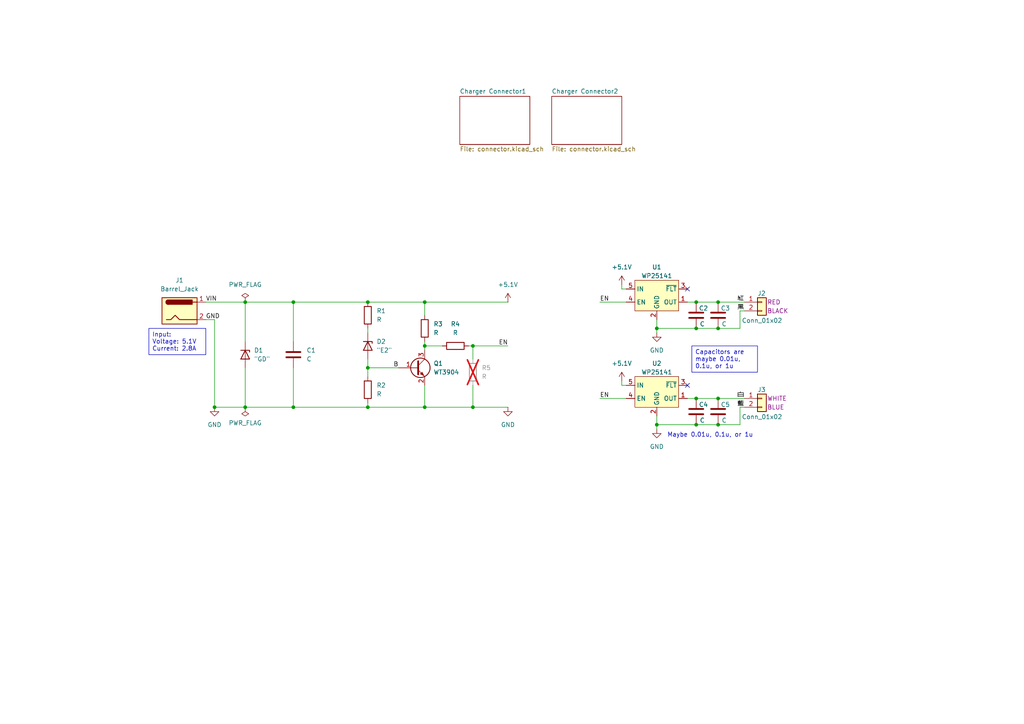
<source format=kicad_sch>
(kicad_sch
	(version 20231120)
	(generator "eeschema")
	(generator_version "8.0")
	(uuid "dab87ad1-1ac7-45b0-994b-ac976bba4e9c")
	(paper "A4")
	(lib_symbols
		(symbol "Connector:Barrel_Jack"
			(pin_names
				(offset 1.016)
			)
			(exclude_from_sim no)
			(in_bom yes)
			(on_board yes)
			(property "Reference" "J1"
				(at 0 8.89 0)
				(effects
					(font
						(size 1.27 1.27)
					)
				)
			)
			(property "Value" "Barrel_Jack"
				(at 0 6.35 0)
				(effects
					(font
						(size 1.27 1.27)
					)
				)
			)
			(property "Footprint" "Connector_BarrelJack:BarrelJack_CUI_PJ-079BH_Horizontal"
				(at 1.27 -1.016 0)
				(effects
					(font
						(size 1.27 1.27)
					)
					(hide yes)
				)
			)
			(property "Datasheet" "~"
				(at 1.27 -1.016 0)
				(effects
					(font
						(size 1.27 1.27)
					)
					(hide yes)
				)
			)
			(property "Description" "DC Barrel Jack"
				(at 0 0 0)
				(effects
					(font
						(size 1.27 1.27)
					)
					(hide yes)
				)
			)
			(property "ki_keywords" "DC power barrel jack connector"
				(at 0 0 0)
				(effects
					(font
						(size 1.27 1.27)
					)
					(hide yes)
				)
			)
			(property "ki_fp_filters" "BarrelJack*"
				(at 0 0 0)
				(effects
					(font
						(size 1.27 1.27)
					)
					(hide yes)
				)
			)
			(symbol "Barrel_Jack_0_1"
				(rectangle
					(start -5.08 3.81)
					(end 5.08 -3.81)
					(stroke
						(width 0.254)
						(type default)
					)
					(fill
						(type background)
					)
				)
				(arc
					(start -3.302 3.175)
					(mid -3.9343 2.54)
					(end -3.302 1.905)
					(stroke
						(width 0.254)
						(type default)
					)
					(fill
						(type none)
					)
				)
				(arc
					(start -3.302 3.175)
					(mid -3.9343 2.54)
					(end -3.302 1.905)
					(stroke
						(width 0.254)
						(type default)
					)
					(fill
						(type outline)
					)
				)
				(polyline
					(pts
						(xy 5.08 2.54) (xy 3.81 2.54)
					)
					(stroke
						(width 0.254)
						(type default)
					)
					(fill
						(type none)
					)
				)
				(polyline
					(pts
						(xy -3.81 -2.54) (xy -2.54 -2.54) (xy -1.27 -1.27) (xy 0 -2.54) (xy 2.54 -2.54) (xy 5.08 -2.54)
					)
					(stroke
						(width 0.254)
						(type default)
					)
					(fill
						(type none)
					)
				)
				(rectangle
					(start 3.683 3.175)
					(end -3.302 1.905)
					(stroke
						(width 0.254)
						(type default)
					)
					(fill
						(type outline)
					)
				)
			)
			(symbol "Barrel_Jack_1_0"
				(pin passive line
					(at 7.62 -2.54 180)
					(length 2.54) hide
					(name "~"
						(effects
							(font
								(size 1.27 1.27)
							)
						)
					)
					(number "3"
						(effects
							(font
								(size 1.27 1.27)
							)
						)
					)
				)
				(pin passive line
					(at 7.62 -2.54 180)
					(length 2.54) hide
					(name "~"
						(effects
							(font
								(size 1.27 1.27)
							)
						)
					)
					(number "SH"
						(effects
							(font
								(size 1.27 1.27)
							)
						)
					)
				)
			)
			(symbol "Barrel_Jack_1_1"
				(pin passive line
					(at 7.62 2.54 180)
					(length 2.54)
					(name "~"
						(effects
							(font
								(size 1.27 1.27)
							)
						)
					)
					(number "1"
						(effects
							(font
								(size 1.27 1.27)
							)
						)
					)
				)
				(pin passive line
					(at 7.62 -2.54 180)
					(length 2.54)
					(name "~"
						(effects
							(font
								(size 1.27 1.27)
							)
						)
					)
					(number "2"
						(effects
							(font
								(size 1.27 1.27)
							)
						)
					)
				)
			)
		)
		(symbol "Connector_Generic:Conn_01x02"
			(pin_names
				(offset 1.016) hide)
			(exclude_from_sim no)
			(in_bom yes)
			(on_board yes)
			(property "Reference" "J"
				(at 0 2.54 0)
				(effects
					(font
						(size 1.27 1.27)
					)
				)
			)
			(property "Value" "Conn_01x02"
				(at 0 -5.08 0)
				(effects
					(font
						(size 1.27 1.27)
					)
				)
			)
			(property "Footprint" ""
				(at 0 0 0)
				(effects
					(font
						(size 1.27 1.27)
					)
					(hide yes)
				)
			)
			(property "Datasheet" "~"
				(at 0 0 0)
				(effects
					(font
						(size 1.27 1.27)
					)
					(hide yes)
				)
			)
			(property "Description" "Generic connector, single row, 01x02, script generated (kicad-library-utils/schlib/autogen/connector/)"
				(at 0 0 0)
				(effects
					(font
						(size 1.27 1.27)
					)
					(hide yes)
				)
			)
			(property "ki_keywords" "connector"
				(at 0 0 0)
				(effects
					(font
						(size 1.27 1.27)
					)
					(hide yes)
				)
			)
			(property "ki_fp_filters" "Connector*:*_1x??_*"
				(at 0 0 0)
				(effects
					(font
						(size 1.27 1.27)
					)
					(hide yes)
				)
			)
			(symbol "Conn_01x02_1_1"
				(rectangle
					(start -1.27 -2.413)
					(end 0 -2.667)
					(stroke
						(width 0.1524)
						(type default)
					)
					(fill
						(type none)
					)
				)
				(rectangle
					(start -1.27 0.127)
					(end 0 -0.127)
					(stroke
						(width 0.1524)
						(type default)
					)
					(fill
						(type none)
					)
				)
				(rectangle
					(start -1.27 1.27)
					(end 1.27 -3.81)
					(stroke
						(width 0.254)
						(type default)
					)
					(fill
						(type background)
					)
				)
				(pin passive line
					(at -5.08 0 0)
					(length 3.81)
					(name "Pin_1"
						(effects
							(font
								(size 1.27 1.27)
							)
						)
					)
					(number "1"
						(effects
							(font
								(size 1.27 1.27)
							)
						)
					)
				)
				(pin passive line
					(at -5.08 -2.54 0)
					(length 3.81)
					(name "Pin_2"
						(effects
							(font
								(size 1.27 1.27)
							)
						)
					)
					(number "2"
						(effects
							(font
								(size 1.27 1.27)
							)
						)
					)
				)
			)
		)
		(symbol "Device:C"
			(pin_numbers hide)
			(pin_names
				(offset 0.254)
			)
			(exclude_from_sim no)
			(in_bom yes)
			(on_board yes)
			(property "Reference" "C"
				(at 0.635 2.54 0)
				(effects
					(font
						(size 1.27 1.27)
					)
					(justify left)
				)
			)
			(property "Value" "C"
				(at 0.635 -2.54 0)
				(effects
					(font
						(size 1.27 1.27)
					)
					(justify left)
				)
			)
			(property "Footprint" ""
				(at 0.9652 -3.81 0)
				(effects
					(font
						(size 1.27 1.27)
					)
					(hide yes)
				)
			)
			(property "Datasheet" "~"
				(at 0 0 0)
				(effects
					(font
						(size 1.27 1.27)
					)
					(hide yes)
				)
			)
			(property "Description" "Unpolarized capacitor"
				(at 0 0 0)
				(effects
					(font
						(size 1.27 1.27)
					)
					(hide yes)
				)
			)
			(property "ki_keywords" "cap capacitor"
				(at 0 0 0)
				(effects
					(font
						(size 1.27 1.27)
					)
					(hide yes)
				)
			)
			(property "ki_fp_filters" "C_*"
				(at 0 0 0)
				(effects
					(font
						(size 1.27 1.27)
					)
					(hide yes)
				)
			)
			(symbol "C_0_1"
				(polyline
					(pts
						(xy -2.032 -0.762) (xy 2.032 -0.762)
					)
					(stroke
						(width 0.508)
						(type default)
					)
					(fill
						(type none)
					)
				)
				(polyline
					(pts
						(xy -2.032 0.762) (xy 2.032 0.762)
					)
					(stroke
						(width 0.508)
						(type default)
					)
					(fill
						(type none)
					)
				)
			)
			(symbol "C_1_1"
				(pin passive line
					(at 0 3.81 270)
					(length 2.794)
					(name "~"
						(effects
							(font
								(size 1.27 1.27)
							)
						)
					)
					(number "1"
						(effects
							(font
								(size 1.27 1.27)
							)
						)
					)
				)
				(pin passive line
					(at 0 -3.81 90)
					(length 2.794)
					(name "~"
						(effects
							(font
								(size 1.27 1.27)
							)
						)
					)
					(number "2"
						(effects
							(font
								(size 1.27 1.27)
							)
						)
					)
				)
			)
		)
		(symbol "Device:D_Zener"
			(pin_numbers hide)
			(pin_names
				(offset 1.016) hide)
			(exclude_from_sim no)
			(in_bom yes)
			(on_board yes)
			(property "Reference" "D"
				(at 0 2.54 0)
				(effects
					(font
						(size 1.27 1.27)
					)
				)
			)
			(property "Value" "D_Zener"
				(at 0 -2.54 0)
				(effects
					(font
						(size 1.27 1.27)
					)
				)
			)
			(property "Footprint" ""
				(at 0 0 0)
				(effects
					(font
						(size 1.27 1.27)
					)
					(hide yes)
				)
			)
			(property "Datasheet" "~"
				(at 0 0 0)
				(effects
					(font
						(size 1.27 1.27)
					)
					(hide yes)
				)
			)
			(property "Description" "Zener diode"
				(at 0 0 0)
				(effects
					(font
						(size 1.27 1.27)
					)
					(hide yes)
				)
			)
			(property "ki_keywords" "diode"
				(at 0 0 0)
				(effects
					(font
						(size 1.27 1.27)
					)
					(hide yes)
				)
			)
			(property "ki_fp_filters" "TO-???* *_Diode_* *SingleDiode* D_*"
				(at 0 0 0)
				(effects
					(font
						(size 1.27 1.27)
					)
					(hide yes)
				)
			)
			(symbol "D_Zener_0_1"
				(polyline
					(pts
						(xy 1.27 0) (xy -1.27 0)
					)
					(stroke
						(width 0)
						(type default)
					)
					(fill
						(type none)
					)
				)
				(polyline
					(pts
						(xy -1.27 -1.27) (xy -1.27 1.27) (xy -0.762 1.27)
					)
					(stroke
						(width 0.254)
						(type default)
					)
					(fill
						(type none)
					)
				)
				(polyline
					(pts
						(xy 1.27 -1.27) (xy 1.27 1.27) (xy -1.27 0) (xy 1.27 -1.27)
					)
					(stroke
						(width 0.254)
						(type default)
					)
					(fill
						(type none)
					)
				)
			)
			(symbol "D_Zener_1_1"
				(pin passive line
					(at -3.81 0 0)
					(length 2.54)
					(name "K"
						(effects
							(font
								(size 1.27 1.27)
							)
						)
					)
					(number "1"
						(effects
							(font
								(size 1.27 1.27)
							)
						)
					)
				)
				(pin passive line
					(at 3.81 0 180)
					(length 2.54)
					(name "A"
						(effects
							(font
								(size 1.27 1.27)
							)
						)
					)
					(number "2"
						(effects
							(font
								(size 1.27 1.27)
							)
						)
					)
				)
			)
		)
		(symbol "Device:Q_NPN_BEC"
			(pin_names
				(offset 0) hide)
			(exclude_from_sim no)
			(in_bom yes)
			(on_board yes)
			(property "Reference" "Q"
				(at 5.08 1.27 0)
				(effects
					(font
						(size 1.27 1.27)
					)
					(justify left)
				)
			)
			(property "Value" "Q_NPN_BEC"
				(at 5.08 -1.27 0)
				(effects
					(font
						(size 1.27 1.27)
					)
					(justify left)
				)
			)
			(property "Footprint" ""
				(at 5.08 2.54 0)
				(effects
					(font
						(size 1.27 1.27)
					)
					(hide yes)
				)
			)
			(property "Datasheet" "~"
				(at 0 0 0)
				(effects
					(font
						(size 1.27 1.27)
					)
					(hide yes)
				)
			)
			(property "Description" "NPN transistor, base/emitter/collector"
				(at 0 0 0)
				(effects
					(font
						(size 1.27 1.27)
					)
					(hide yes)
				)
			)
			(property "ki_keywords" "transistor NPN"
				(at 0 0 0)
				(effects
					(font
						(size 1.27 1.27)
					)
					(hide yes)
				)
			)
			(symbol "Q_NPN_BEC_0_1"
				(polyline
					(pts
						(xy 0.635 0.635) (xy 2.54 2.54)
					)
					(stroke
						(width 0)
						(type default)
					)
					(fill
						(type none)
					)
				)
				(polyline
					(pts
						(xy 0.635 -0.635) (xy 2.54 -2.54) (xy 2.54 -2.54)
					)
					(stroke
						(width 0)
						(type default)
					)
					(fill
						(type none)
					)
				)
				(polyline
					(pts
						(xy 0.635 1.905) (xy 0.635 -1.905) (xy 0.635 -1.905)
					)
					(stroke
						(width 0.508)
						(type default)
					)
					(fill
						(type none)
					)
				)
				(polyline
					(pts
						(xy 1.27 -1.778) (xy 1.778 -1.27) (xy 2.286 -2.286) (xy 1.27 -1.778) (xy 1.27 -1.778)
					)
					(stroke
						(width 0)
						(type default)
					)
					(fill
						(type outline)
					)
				)
				(circle
					(center 1.27 0)
					(radius 2.8194)
					(stroke
						(width 0.254)
						(type default)
					)
					(fill
						(type none)
					)
				)
			)
			(symbol "Q_NPN_BEC_1_1"
				(pin input line
					(at -5.08 0 0)
					(length 5.715)
					(name "B"
						(effects
							(font
								(size 1.27 1.27)
							)
						)
					)
					(number "1"
						(effects
							(font
								(size 1.27 1.27)
							)
						)
					)
				)
				(pin passive line
					(at 2.54 -5.08 90)
					(length 2.54)
					(name "E"
						(effects
							(font
								(size 1.27 1.27)
							)
						)
					)
					(number "2"
						(effects
							(font
								(size 1.27 1.27)
							)
						)
					)
				)
				(pin passive line
					(at 2.54 5.08 270)
					(length 2.54)
					(name "C"
						(effects
							(font
								(size 1.27 1.27)
							)
						)
					)
					(number "3"
						(effects
							(font
								(size 1.27 1.27)
							)
						)
					)
				)
			)
		)
		(symbol "Device:R"
			(pin_numbers hide)
			(pin_names
				(offset 0)
			)
			(exclude_from_sim no)
			(in_bom yes)
			(on_board yes)
			(property "Reference" "R"
				(at 2.032 0 90)
				(effects
					(font
						(size 1.27 1.27)
					)
				)
			)
			(property "Value" "R"
				(at 0 0 90)
				(effects
					(font
						(size 1.27 1.27)
					)
				)
			)
			(property "Footprint" ""
				(at -1.778 0 90)
				(effects
					(font
						(size 1.27 1.27)
					)
					(hide yes)
				)
			)
			(property "Datasheet" "~"
				(at 0 0 0)
				(effects
					(font
						(size 1.27 1.27)
					)
					(hide yes)
				)
			)
			(property "Description" "Resistor"
				(at 0 0 0)
				(effects
					(font
						(size 1.27 1.27)
					)
					(hide yes)
				)
			)
			(property "ki_keywords" "R res resistor"
				(at 0 0 0)
				(effects
					(font
						(size 1.27 1.27)
					)
					(hide yes)
				)
			)
			(property "ki_fp_filters" "R_*"
				(at 0 0 0)
				(effects
					(font
						(size 1.27 1.27)
					)
					(hide yes)
				)
			)
			(symbol "R_0_1"
				(rectangle
					(start -1.016 -2.54)
					(end 1.016 2.54)
					(stroke
						(width 0.254)
						(type default)
					)
					(fill
						(type none)
					)
				)
			)
			(symbol "R_1_1"
				(pin passive line
					(at 0 3.81 270)
					(length 1.27)
					(name "~"
						(effects
							(font
								(size 1.27 1.27)
							)
						)
					)
					(number "1"
						(effects
							(font
								(size 1.27 1.27)
							)
						)
					)
				)
				(pin passive line
					(at 0 -3.81 90)
					(length 1.27)
					(name "~"
						(effects
							(font
								(size 1.27 1.27)
							)
						)
					)
					(number "2"
						(effects
							(font
								(size 1.27 1.27)
							)
						)
					)
				)
			)
		)
		(symbol "LocalLibrary:WP25141"
			(exclude_from_sim no)
			(in_bom yes)
			(on_board yes)
			(property "Reference" "U"
				(at 0 0 0)
				(effects
					(font
						(size 1.27 1.27)
					)
				)
			)
			(property "Value" "WP25141"
				(at 19.05 -3.81 0)
				(effects
					(font
						(size 1.27 1.27)
					)
				)
			)
			(property "Footprint" "Package_TO_SOT_SMD:SOT-23-5"
				(at -0.254 6.35 0)
				(effects
					(font
						(size 1.27 1.27)
					)
					(hide yes)
				)
			)
			(property "Datasheet" "https://www.way-on.cn/upload/202107/22/202107220940151741.pdf"
				(at 0.508 -15.24 0)
				(effects
					(font
						(size 1.27 1.27)
					)
					(hide yes)
				)
			)
			(property "Description" "Low loss current limited P-channel MOSFET power switch"
				(at 0 3.81 0)
				(effects
					(font
						(size 1.27 1.27)
					)
					(hide yes)
				)
			)
			(symbol "WP25141_0_0"
				(pin power_out line
					(at 8.89 -7.62 180)
					(length 2.54)
					(name "OUT"
						(effects
							(font
								(size 1.27 1.27)
							)
						)
					)
					(number "1"
						(effects
							(font
								(size 1.27 1.27)
							)
						)
					)
				)
				(pin power_in line
					(at 0 -12.7 90)
					(length 2.54)
					(name "GND"
						(effects
							(font
								(size 1.27 1.27)
							)
						)
					)
					(number "2"
						(effects
							(font
								(size 1.27 1.27)
							)
						)
					)
				)
				(pin open_collector line
					(at 8.89 -3.81 180)
					(length 2.54)
					(name "~{FLT}"
						(effects
							(font
								(size 1.27 1.27)
							)
						)
					)
					(number "3"
						(effects
							(font
								(size 1.27 1.27)
							)
						)
					)
				)
				(pin input line
					(at -8.89 -7.62 0)
					(length 2.54)
					(name "EN"
						(effects
							(font
								(size 1.27 1.27)
							)
						)
					)
					(number "4"
						(effects
							(font
								(size 1.27 1.27)
							)
						)
					)
				)
				(pin power_in line
					(at -8.89 -3.81 0)
					(length 2.54)
					(name "IN"
						(effects
							(font
								(size 1.27 1.27)
							)
						)
					)
					(number "5"
						(effects
							(font
								(size 1.27 1.27)
							)
						)
					)
				)
			)
			(symbol "WP25141_1_1"
				(rectangle
					(start -6.35 -1.27)
					(end 6.35 -10.16)
					(stroke
						(width 0)
						(type default)
					)
					(fill
						(type background)
					)
				)
			)
		)
		(symbol "power:GND"
			(power)
			(pin_numbers hide)
			(pin_names
				(offset 0) hide)
			(exclude_from_sim no)
			(in_bom yes)
			(on_board yes)
			(property "Reference" "#PWR"
				(at 0 -6.35 0)
				(effects
					(font
						(size 1.27 1.27)
					)
					(hide yes)
				)
			)
			(property "Value" "GND"
				(at 0 -3.81 0)
				(effects
					(font
						(size 1.27 1.27)
					)
				)
			)
			(property "Footprint" ""
				(at 0 0 0)
				(effects
					(font
						(size 1.27 1.27)
					)
					(hide yes)
				)
			)
			(property "Datasheet" ""
				(at 0 0 0)
				(effects
					(font
						(size 1.27 1.27)
					)
					(hide yes)
				)
			)
			(property "Description" "Power symbol creates a global label with name \"GND\" , ground"
				(at 0 0 0)
				(effects
					(font
						(size 1.27 1.27)
					)
					(hide yes)
				)
			)
			(property "ki_keywords" "global power"
				(at 0 0 0)
				(effects
					(font
						(size 1.27 1.27)
					)
					(hide yes)
				)
			)
			(symbol "GND_0_1"
				(polyline
					(pts
						(xy 0 0) (xy 0 -1.27) (xy 1.27 -1.27) (xy 0 -2.54) (xy -1.27 -1.27) (xy 0 -1.27)
					)
					(stroke
						(width 0)
						(type default)
					)
					(fill
						(type none)
					)
				)
			)
			(symbol "GND_1_1"
				(pin power_in line
					(at 0 0 270)
					(length 0)
					(name "~"
						(effects
							(font
								(size 1.27 1.27)
							)
						)
					)
					(number "1"
						(effects
							(font
								(size 1.27 1.27)
							)
						)
					)
				)
			)
		)
		(symbol "power:PWR_FLAG"
			(power)
			(pin_numbers hide)
			(pin_names
				(offset 0) hide)
			(exclude_from_sim no)
			(in_bom yes)
			(on_board yes)
			(property "Reference" "#FLG"
				(at 0 1.905 0)
				(effects
					(font
						(size 1.27 1.27)
					)
					(hide yes)
				)
			)
			(property "Value" "PWR_FLAG"
				(at 0 3.81 0)
				(effects
					(font
						(size 1.27 1.27)
					)
				)
			)
			(property "Footprint" ""
				(at 0 0 0)
				(effects
					(font
						(size 1.27 1.27)
					)
					(hide yes)
				)
			)
			(property "Datasheet" "~"
				(at 0 0 0)
				(effects
					(font
						(size 1.27 1.27)
					)
					(hide yes)
				)
			)
			(property "Description" "Special symbol for telling ERC where power comes from"
				(at 0 0 0)
				(effects
					(font
						(size 1.27 1.27)
					)
					(hide yes)
				)
			)
			(property "ki_keywords" "flag power"
				(at 0 0 0)
				(effects
					(font
						(size 1.27 1.27)
					)
					(hide yes)
				)
			)
			(symbol "PWR_FLAG_0_0"
				(pin power_out line
					(at 0 0 90)
					(length 0)
					(name "~"
						(effects
							(font
								(size 1.27 1.27)
							)
						)
					)
					(number "1"
						(effects
							(font
								(size 1.27 1.27)
							)
						)
					)
				)
			)
			(symbol "PWR_FLAG_0_1"
				(polyline
					(pts
						(xy 0 0) (xy 0 1.27) (xy -1.016 1.905) (xy 0 2.54) (xy 1.016 1.905) (xy 0 1.27)
					)
					(stroke
						(width 0)
						(type default)
					)
					(fill
						(type none)
					)
				)
			)
		)
		(symbol "power:VCC"
			(power)
			(pin_numbers hide)
			(pin_names
				(offset 0) hide)
			(exclude_from_sim no)
			(in_bom yes)
			(on_board yes)
			(property "Reference" "#PWR"
				(at 0 -3.81 0)
				(effects
					(font
						(size 1.27 1.27)
					)
					(hide yes)
				)
			)
			(property "Value" "VCC"
				(at 0 3.556 0)
				(effects
					(font
						(size 1.27 1.27)
					)
				)
			)
			(property "Footprint" ""
				(at 0 0 0)
				(effects
					(font
						(size 1.27 1.27)
					)
					(hide yes)
				)
			)
			(property "Datasheet" ""
				(at 0 0 0)
				(effects
					(font
						(size 1.27 1.27)
					)
					(hide yes)
				)
			)
			(property "Description" "Power symbol creates a global label with name \"VCC\""
				(at 0 0 0)
				(effects
					(font
						(size 1.27 1.27)
					)
					(hide yes)
				)
			)
			(property "ki_keywords" "global power"
				(at 0 0 0)
				(effects
					(font
						(size 1.27 1.27)
					)
					(hide yes)
				)
			)
			(symbol "VCC_0_1"
				(polyline
					(pts
						(xy -0.762 1.27) (xy 0 2.54)
					)
					(stroke
						(width 0)
						(type default)
					)
					(fill
						(type none)
					)
				)
				(polyline
					(pts
						(xy 0 0) (xy 0 2.54)
					)
					(stroke
						(width 0)
						(type default)
					)
					(fill
						(type none)
					)
				)
				(polyline
					(pts
						(xy 0 2.54) (xy 0.762 1.27)
					)
					(stroke
						(width 0)
						(type default)
					)
					(fill
						(type none)
					)
				)
			)
			(symbol "VCC_1_1"
				(pin power_in line
					(at 0 0 90)
					(length 0)
					(name "~"
						(effects
							(font
								(size 1.27 1.27)
							)
						)
					)
					(number "1"
						(effects
							(font
								(size 1.27 1.27)
							)
						)
					)
				)
			)
		)
	)
	(junction
		(at 106.68 87.63)
		(diameter 0)
		(color 0 0 0 0)
		(uuid "01cb35ca-40da-469c-ba53-57a92bcd9adf")
	)
	(junction
		(at 137.16 100.33)
		(diameter 0)
		(color 0 0 0 0)
		(uuid "0a7d3d84-2033-44f9-b482-878c523469d3")
	)
	(junction
		(at 85.09 118.11)
		(diameter 0)
		(color 0 0 0 0)
		(uuid "1388b957-cf37-45bd-923a-b5ef76392f18")
	)
	(junction
		(at 201.93 87.63)
		(diameter 0)
		(color 0 0 0 0)
		(uuid "19413be2-84ec-4aaf-b0e4-a67d367f2762")
	)
	(junction
		(at 208.28 123.19)
		(diameter 0)
		(color 0 0 0 0)
		(uuid "2194b49b-36fc-4989-bafe-236ef543bad2")
	)
	(junction
		(at 62.23 118.11)
		(diameter 0)
		(color 0 0 0 0)
		(uuid "2d128946-1aa5-4a5a-9dde-ef5d6a6497e1")
	)
	(junction
		(at 208.28 115.57)
		(diameter 0)
		(color 0 0 0 0)
		(uuid "2fe93bb9-e637-410c-a0de-bee5f41bda37")
	)
	(junction
		(at 201.93 95.25)
		(diameter 0)
		(color 0 0 0 0)
		(uuid "4afda339-f357-475c-8c4a-e566b6389595")
	)
	(junction
		(at 123.19 100.33)
		(diameter 0)
		(color 0 0 0 0)
		(uuid "506cb192-c2f7-4515-a1cf-c6d497d348e2")
	)
	(junction
		(at 71.12 118.11)
		(diameter 0)
		(color 0 0 0 0)
		(uuid "5d63ae73-17ef-4d37-894c-499e3248147c")
	)
	(junction
		(at 190.5 95.25)
		(diameter 0)
		(color 0 0 0 0)
		(uuid "85ac7e12-4c03-4944-a1b8-7b933ee31a54")
	)
	(junction
		(at 137.16 118.11)
		(diameter 0)
		(color 0 0 0 0)
		(uuid "8a3af8ae-479a-485f-9b64-27cdc1040c7a")
	)
	(junction
		(at 123.19 118.11)
		(diameter 0)
		(color 0 0 0 0)
		(uuid "8fce4338-a2d1-4a6c-846a-13066210ed2a")
	)
	(junction
		(at 106.68 118.11)
		(diameter 0)
		(color 0 0 0 0)
		(uuid "9970f918-5e24-4a30-90c8-221a1bb50877")
	)
	(junction
		(at 71.12 87.63)
		(diameter 0)
		(color 0 0 0 0)
		(uuid "a2f7047f-db68-4566-a6c0-deccc82ee4f1")
	)
	(junction
		(at 201.93 123.19)
		(diameter 0)
		(color 0 0 0 0)
		(uuid "afa9fc12-41be-4206-bd1a-e75d16ddb95a")
	)
	(junction
		(at 208.28 95.25)
		(diameter 0)
		(color 0 0 0 0)
		(uuid "b1930889-fd28-4120-b129-089c4d1f43a7")
	)
	(junction
		(at 201.93 115.57)
		(diameter 0)
		(color 0 0 0 0)
		(uuid "d01ea109-d477-42e0-be5c-262f5db3b9ae")
	)
	(junction
		(at 190.5 123.19)
		(diameter 0)
		(color 0 0 0 0)
		(uuid "d54749c5-2f6b-4804-a178-71c051cfd7d4")
	)
	(junction
		(at 123.19 87.63)
		(diameter 0)
		(color 0 0 0 0)
		(uuid "efac5539-0260-488d-8f18-913af11534b7")
	)
	(junction
		(at 85.09 87.63)
		(diameter 0)
		(color 0 0 0 0)
		(uuid "f1945e76-9fbe-490b-b333-d1b5ed22cae8")
	)
	(junction
		(at 106.68 106.68)
		(diameter 0)
		(color 0 0 0 0)
		(uuid "f42f9e3f-9f5f-4ceb-8395-234533a1143a")
	)
	(junction
		(at 208.28 87.63)
		(diameter 0)
		(color 0 0 0 0)
		(uuid "fac9e69e-370e-4c02-aecb-b64e193b2142")
	)
	(no_connect
		(at 199.39 111.76)
		(uuid "4d97ab35-ad3a-49c8-b233-932f801246e0")
	)
	(no_connect
		(at 199.39 83.82)
		(uuid "57197aff-5f91-4c13-87be-30a657e7a9ee")
	)
	(wire
		(pts
			(xy 201.93 87.63) (xy 208.28 87.63)
		)
		(stroke
			(width 0)
			(type default)
		)
		(uuid "021b6ef6-2016-4bb3-8fc7-fc8d42d85036")
	)
	(wire
		(pts
			(xy 71.12 99.06) (xy 71.12 87.63)
		)
		(stroke
			(width 0)
			(type default)
		)
		(uuid "03252659-ac57-4b86-9927-594a48a93f84")
	)
	(wire
		(pts
			(xy 201.93 115.57) (xy 208.28 115.57)
		)
		(stroke
			(width 0)
			(type default)
		)
		(uuid "05dba8cb-00e9-4022-97aa-cd62b173bdb2")
	)
	(wire
		(pts
			(xy 208.28 115.57) (xy 215.9 115.57)
		)
		(stroke
			(width 0)
			(type default)
		)
		(uuid "068942ac-6565-4996-acf4-2c31b9166aaa")
	)
	(wire
		(pts
			(xy 123.19 99.06) (xy 123.19 100.33)
		)
		(stroke
			(width 0)
			(type default)
		)
		(uuid "06a70657-af70-4f7a-8af5-f1729baaeaeb")
	)
	(wire
		(pts
			(xy 62.23 118.11) (xy 71.12 118.11)
		)
		(stroke
			(width 0)
			(type default)
		)
		(uuid "07b673eb-fa4f-464c-9d85-e780d3e7d170")
	)
	(wire
		(pts
			(xy 123.19 91.44) (xy 123.19 87.63)
		)
		(stroke
			(width 0)
			(type default)
		)
		(uuid "0ad6e377-5618-44fd-91e2-1b56d89e9d31")
	)
	(wire
		(pts
			(xy 173.99 115.57) (xy 181.61 115.57)
		)
		(stroke
			(width 0)
			(type default)
		)
		(uuid "0f681097-2079-471b-a91c-22a3ec4e9193")
	)
	(wire
		(pts
			(xy 123.19 87.63) (xy 106.68 87.63)
		)
		(stroke
			(width 0)
			(type default)
		)
		(uuid "1bec0367-8a08-4128-b29d-678e01500b24")
	)
	(wire
		(pts
			(xy 181.61 83.82) (xy 180.34 83.82)
		)
		(stroke
			(width 0)
			(type default)
		)
		(uuid "1e7fdbfc-7d46-4b1a-93a5-16e078564a16")
	)
	(wire
		(pts
			(xy 190.5 124.46) (xy 190.5 123.19)
		)
		(stroke
			(width 0)
			(type default)
		)
		(uuid "20b44967-4c40-4c62-9ce1-0a297f979731")
	)
	(wire
		(pts
			(xy 201.93 123.19) (xy 190.5 123.19)
		)
		(stroke
			(width 0)
			(type default)
		)
		(uuid "21b127e4-f7dd-4674-a4fb-3c481482dfa7")
	)
	(wire
		(pts
			(xy 106.68 106.68) (xy 115.57 106.68)
		)
		(stroke
			(width 0)
			(type default)
		)
		(uuid "23255973-d57e-42be-b1be-6029841f0b21")
	)
	(wire
		(pts
			(xy 137.16 104.14) (xy 137.16 100.33)
		)
		(stroke
			(width 0)
			(type default)
		)
		(uuid "28f9a537-73b5-4998-b4bc-52c1260d8f51")
	)
	(wire
		(pts
			(xy 180.34 111.76) (xy 180.34 110.49)
		)
		(stroke
			(width 0)
			(type default)
		)
		(uuid "34b0b01f-631e-4c69-a795-7513b0c1e025")
	)
	(wire
		(pts
			(xy 106.68 118.11) (xy 106.68 116.84)
		)
		(stroke
			(width 0)
			(type default)
		)
		(uuid "35532a63-9b7e-48b5-8b86-265c85a9fe8e")
	)
	(wire
		(pts
			(xy 137.16 100.33) (xy 135.89 100.33)
		)
		(stroke
			(width 0)
			(type default)
		)
		(uuid "36e58d6a-f0bd-4921-9870-b7d4b11f43c3")
	)
	(wire
		(pts
			(xy 71.12 118.11) (xy 71.12 106.68)
		)
		(stroke
			(width 0)
			(type default)
		)
		(uuid "3a439184-fe19-405b-9306-653f95d6831f")
	)
	(wire
		(pts
			(xy 180.34 83.82) (xy 180.34 82.55)
		)
		(stroke
			(width 0)
			(type default)
		)
		(uuid "3e039d8b-13e5-438b-a459-b809e9a4018b")
	)
	(wire
		(pts
			(xy 137.16 118.11) (xy 123.19 118.11)
		)
		(stroke
			(width 0)
			(type default)
		)
		(uuid "488fed51-9fc2-48d4-87e4-8487ad2207ef")
	)
	(wire
		(pts
			(xy 123.19 100.33) (xy 128.27 100.33)
		)
		(stroke
			(width 0)
			(type default)
		)
		(uuid "4b82d522-85e6-4565-91c2-8df7ca3a2a12")
	)
	(wire
		(pts
			(xy 106.68 118.11) (xy 85.09 118.11)
		)
		(stroke
			(width 0)
			(type default)
		)
		(uuid "4c081024-d78d-4c06-b04e-a8774a941093")
	)
	(wire
		(pts
			(xy 71.12 87.63) (xy 85.09 87.63)
		)
		(stroke
			(width 0)
			(type default)
		)
		(uuid "4c3e4a3e-f20e-4db2-bf8c-65ae2b721315")
	)
	(wire
		(pts
			(xy 59.69 87.63) (xy 71.12 87.63)
		)
		(stroke
			(width 0)
			(type default)
		)
		(uuid "538dc0b9-d067-400b-9174-e97ee86d419a")
	)
	(wire
		(pts
			(xy 85.09 87.63) (xy 106.68 87.63)
		)
		(stroke
			(width 0)
			(type default)
		)
		(uuid "5eed4217-f1f9-41f8-bcfe-ea693ad6f45f")
	)
	(wire
		(pts
			(xy 62.23 92.71) (xy 62.23 118.11)
		)
		(stroke
			(width 0)
			(type default)
		)
		(uuid "5f3ed451-e94d-4139-ba6c-c518c7fcef26")
	)
	(wire
		(pts
			(xy 190.5 95.25) (xy 190.5 92.71)
		)
		(stroke
			(width 0)
			(type default)
		)
		(uuid "62e123ec-66e4-4e87-ac98-6f8898da4f7a")
	)
	(wire
		(pts
			(xy 208.28 95.25) (xy 201.93 95.25)
		)
		(stroke
			(width 0)
			(type default)
		)
		(uuid "66d37ad7-e26f-478c-955e-8afccd642b33")
	)
	(wire
		(pts
			(xy 190.5 96.52) (xy 190.5 95.25)
		)
		(stroke
			(width 0)
			(type default)
		)
		(uuid "67f26bd1-b5e4-4107-a138-e5cf538c197f")
	)
	(wire
		(pts
			(xy 190.5 123.19) (xy 190.5 120.65)
		)
		(stroke
			(width 0)
			(type default)
		)
		(uuid "774a64b9-9e0b-4ba7-a794-3a9360b5816c")
	)
	(wire
		(pts
			(xy 59.69 92.71) (xy 62.23 92.71)
		)
		(stroke
			(width 0)
			(type default)
		)
		(uuid "80a474e2-06db-48dd-b6d6-8244aa511e52")
	)
	(wire
		(pts
			(xy 173.99 87.63) (xy 181.61 87.63)
		)
		(stroke
			(width 0)
			(type default)
		)
		(uuid "8bde5435-5274-4172-ab63-c28ce1321bec")
	)
	(wire
		(pts
			(xy 215.9 90.17) (xy 214.63 90.17)
		)
		(stroke
			(width 0)
			(type default)
		)
		(uuid "974f331a-8784-45aa-9bd7-77199f33e868")
	)
	(wire
		(pts
			(xy 123.19 111.76) (xy 123.19 118.11)
		)
		(stroke
			(width 0)
			(type default)
		)
		(uuid "9cae26d0-cdd6-46b5-852e-bb0918182b5c")
	)
	(wire
		(pts
			(xy 123.19 118.11) (xy 106.68 118.11)
		)
		(stroke
			(width 0)
			(type default)
		)
		(uuid "9e686e70-da61-4c1a-8484-322b42f90ca4")
	)
	(wire
		(pts
			(xy 214.63 90.17) (xy 214.63 95.25)
		)
		(stroke
			(width 0)
			(type default)
		)
		(uuid "9f111cec-7777-4643-83c3-58cf0808f6b7")
	)
	(wire
		(pts
			(xy 123.19 100.33) (xy 123.19 101.6)
		)
		(stroke
			(width 0)
			(type default)
		)
		(uuid "a036652e-e904-414b-8c32-9c48c2fe1baa")
	)
	(wire
		(pts
			(xy 85.09 106.68) (xy 85.09 118.11)
		)
		(stroke
			(width 0)
			(type default)
		)
		(uuid "a44a0bcf-f8c7-4c36-8476-e23b88e80fa1")
	)
	(wire
		(pts
			(xy 181.61 111.76) (xy 180.34 111.76)
		)
		(stroke
			(width 0)
			(type default)
		)
		(uuid "a74c1185-4e5c-49e2-83e3-e04abf8a1bdd")
	)
	(wire
		(pts
			(xy 123.19 87.63) (xy 147.32 87.63)
		)
		(stroke
			(width 0)
			(type default)
		)
		(uuid "a90dce7d-e53e-4a69-9802-420c9ac75466")
	)
	(wire
		(pts
			(xy 208.28 87.63) (xy 215.9 87.63)
		)
		(stroke
			(width 0)
			(type default)
		)
		(uuid "a963dcea-d4f2-402c-98b8-ef9c1fcd217e")
	)
	(wire
		(pts
			(xy 137.16 118.11) (xy 147.32 118.11)
		)
		(stroke
			(width 0)
			(type default)
		)
		(uuid "b2286621-cee7-4160-9747-9a29fa79547b")
	)
	(wire
		(pts
			(xy 215.9 118.11) (xy 214.63 118.11)
		)
		(stroke
			(width 0)
			(type default)
		)
		(uuid "b7110894-c711-42e3-a1bd-d7dfa4676d32")
	)
	(wire
		(pts
			(xy 106.68 95.25) (xy 106.68 96.52)
		)
		(stroke
			(width 0)
			(type default)
		)
		(uuid "b93912e1-8b64-464f-b756-1e6bb6540d30")
	)
	(wire
		(pts
			(xy 85.09 118.11) (xy 71.12 118.11)
		)
		(stroke
			(width 0)
			(type default)
		)
		(uuid "cf3413a5-a92e-4d3d-8956-9975f4c76758")
	)
	(wire
		(pts
			(xy 201.93 95.25) (xy 190.5 95.25)
		)
		(stroke
			(width 0)
			(type default)
		)
		(uuid "d8b4732c-a686-4ccf-9b07-0f1a69b61cdb")
	)
	(wire
		(pts
			(xy 85.09 87.63) (xy 85.09 99.06)
		)
		(stroke
			(width 0)
			(type default)
		)
		(uuid "d93db0df-651c-485f-b13c-e6b43919532d")
	)
	(wire
		(pts
			(xy 106.68 106.68) (xy 106.68 109.22)
		)
		(stroke
			(width 0)
			(type default)
		)
		(uuid "dc332838-862c-4f36-86e1-3e69d44862f4")
	)
	(wire
		(pts
			(xy 199.39 87.63) (xy 201.93 87.63)
		)
		(stroke
			(width 0)
			(type default)
		)
		(uuid "e1eba01a-b057-4fac-a7d5-6806f9afe0c8")
	)
	(wire
		(pts
			(xy 214.63 95.25) (xy 208.28 95.25)
		)
		(stroke
			(width 0)
			(type default)
		)
		(uuid "e7ea6812-19c4-44da-9af5-a683aca84dab")
	)
	(wire
		(pts
			(xy 137.16 100.33) (xy 147.32 100.33)
		)
		(stroke
			(width 0)
			(type default)
		)
		(uuid "eb1b7ca2-06a1-4e2b-ae5a-f402e2e79896")
	)
	(wire
		(pts
			(xy 208.28 123.19) (xy 201.93 123.19)
		)
		(stroke
			(width 0)
			(type default)
		)
		(uuid "ebccc203-66b6-4d3d-aaaa-c9c72440ce6b")
	)
	(wire
		(pts
			(xy 106.68 104.14) (xy 106.68 106.68)
		)
		(stroke
			(width 0)
			(type default)
		)
		(uuid "ebd6bec1-3d16-429a-be54-3010edf6a396")
	)
	(wire
		(pts
			(xy 199.39 115.57) (xy 201.93 115.57)
		)
		(stroke
			(width 0)
			(type default)
		)
		(uuid "efd893c4-8a1a-49b0-be1c-6c68b5c264f4")
	)
	(wire
		(pts
			(xy 137.16 111.76) (xy 137.16 118.11)
		)
		(stroke
			(width 0)
			(type default)
		)
		(uuid "f0dbf00e-e917-4cbb-9c9c-054119f51eb1")
	)
	(wire
		(pts
			(xy 214.63 123.19) (xy 208.28 123.19)
		)
		(stroke
			(width 0)
			(type default)
		)
		(uuid "f9d66a66-b9e8-4dc6-a8df-6b2f66718fea")
	)
	(wire
		(pts
			(xy 214.63 118.11) (xy 214.63 123.19)
		)
		(stroke
			(width 0)
			(type default)
		)
		(uuid "fbc9e36c-ef8c-4c0b-b414-201ac08cd514")
	)
	(text_box "Capacitors are maybe 0.01u, 0.1u, or 1u"
		(exclude_from_sim no)
		(at 200.66 100.33 0)
		(size 19.05 7.62)
		(stroke
			(width 0)
			(type default)
		)
		(fill
			(type none)
		)
		(effects
			(font
				(size 1.27 1.27)
			)
			(justify left top)
		)
		(uuid "86113d44-f451-4302-9674-2fb06d858fa0")
	)
	(text_box "Input:\nVoltage: 5.1V\nCurrent: 2.8A"
		(exclude_from_sim no)
		(at 43.18 95.25 0)
		(size 16.51 7.62)
		(stroke
			(width 0)
			(type default)
		)
		(fill
			(type none)
		)
		(effects
			(font
				(size 1.27 1.27)
			)
			(justify left top)
		)
		(uuid "94a0c4f2-bc6b-4ef1-9890-eb6cdbf5d0c8")
	)
	(text "Maybe 0.01u, 0.1u, or 1u"
		(exclude_from_sim no)
		(at 205.994 126.238 0)
		(effects
			(font
				(size 1.27 1.27)
			)
		)
		(uuid "53fa8f51-42f7-44b6-a8f3-94b4d7295ff4")
	)
	(label "白"
		(at 215.9 115.57 180)
		(fields_autoplaced yes)
		(effects
			(font
				(size 1.27 1.27)
			)
			(justify right bottom)
		)
		(uuid "0f67c2cd-e12f-41cb-8409-bff7186db200")
	)
	(label "GND"
		(at 59.69 92.71 0)
		(fields_autoplaced yes)
		(effects
			(font
				(size 1.27 1.27)
			)
			(justify left bottom)
		)
		(uuid "2009980b-c5fb-47dd-801a-011270c4f6a7")
	)
	(label "紅"
		(at 215.9 87.63 180)
		(fields_autoplaced yes)
		(effects
			(font
				(size 1.27 1.27)
			)
			(justify right bottom)
		)
		(uuid "2c76d981-fb1b-43cd-86e7-cf13ce3aa246")
	)
	(label "EN"
		(at 173.99 115.57 0)
		(fields_autoplaced yes)
		(effects
			(font
				(size 1.27 1.27)
			)
			(justify left bottom)
		)
		(uuid "3c5adc47-a8d6-496a-b735-12bc441acc71")
	)
	(label "VIN"
		(at 59.69 87.63 0)
		(fields_autoplaced yes)
		(effects
			(font
				(size 1.27 1.27)
			)
			(justify left bottom)
		)
		(uuid "5e6db775-3c5f-4d82-838b-268b593a54d8")
	)
	(label "黑"
		(at 215.9 90.17 180)
		(fields_autoplaced yes)
		(effects
			(font
				(size 1.27 1.27)
			)
			(justify right bottom)
		)
		(uuid "7b40b164-8011-43b8-96e7-dafe6d3e47b9")
	)
	(label "藍"
		(at 215.9 118.11 180)
		(fields_autoplaced yes)
		(effects
			(font
				(size 1.27 1.27)
			)
			(justify right bottom)
		)
		(uuid "97029eb5-5b23-4c04-bcda-446b881c9684")
	)
	(label "EN"
		(at 147.32 100.33 180)
		(fields_autoplaced yes)
		(effects
			(font
				(size 1.27 1.27)
			)
			(justify right bottom)
		)
		(uuid "dec3fd97-9c26-4cf6-bce7-d9bf66853a02")
	)
	(label "B"
		(at 115.57 106.68 180)
		(fields_autoplaced yes)
		(effects
			(font
				(size 1.27 1.27)
			)
			(justify right bottom)
		)
		(uuid "eef901bf-90d3-4c7b-b393-b50345419887")
	)
	(label "EN"
		(at 173.99 87.63 0)
		(fields_autoplaced yes)
		(effects
			(font
				(size 1.27 1.27)
			)
			(justify left bottom)
		)
		(uuid "fc33a455-9277-4c83-9be4-59785bd9ec6e")
	)
	(symbol
		(lib_id "LocalLibrary:WP25141")
		(at 190.5 107.95 0)
		(unit 1)
		(exclude_from_sim no)
		(in_bom yes)
		(on_board yes)
		(dnp no)
		(uuid "08aadd7c-81ae-4618-b4d5-030314e77b58")
		(property "Reference" "U2"
			(at 190.5 105.41 0)
			(effects
				(font
					(size 1.27 1.27)
				)
			)
		)
		(property "Value" "WP25141"
			(at 190.5 107.95 0)
			(effects
				(font
					(size 1.27 1.27)
				)
			)
		)
		(property "Footprint" "Package_TO_SOT_SMD:SOT-23-5"
			(at 190.246 101.6 0)
			(effects
				(font
					(size 1.27 1.27)
				)
				(hide yes)
			)
		)
		(property "Datasheet" "https://www.way-on.cn/upload/202107/22/202107220940151741.pdf"
			(at 191.008 123.19 0)
			(effects
				(font
					(size 1.27 1.27)
				)
				(hide yes)
			)
		)
		(property "Description" "Low loss current limited P-channel MOSFET power switch"
			(at 190.5 104.14 0)
			(effects
				(font
					(size 1.27 1.27)
				)
				(hide yes)
			)
		)
		(pin "5"
			(uuid "8b120969-ac39-4c16-b4a8-8e047d5bb2bf")
		)
		(pin "2"
			(uuid "847eabe9-c70d-4ee2-99b6-39589faee928")
		)
		(pin "3"
			(uuid "46aa9130-b931-41dc-9187-bd87b2988e0d")
		)
		(pin "4"
			(uuid "c2e7a5cb-f25d-45b3-9602-15938bb88775")
		)
		(pin "1"
			(uuid "628fb39a-00a2-41d2-930f-99d9499462d1")
		)
		(instances
			(project "ps5-charging-dock"
				(path "/dab87ad1-1ac7-45b0-994b-ac976bba4e9c"
					(reference "U2")
					(unit 1)
				)
			)
		)
	)
	(symbol
		(lib_id "Connector_Generic:Conn_01x02")
		(at 220.98 87.63 0)
		(unit 1)
		(exclude_from_sim no)
		(in_bom yes)
		(on_board yes)
		(dnp no)
		(uuid "0be6a164-9c53-44dd-b08c-eea9aa8bd9d2")
		(property "Reference" "J2"
			(at 219.71 85.09 0)
			(effects
				(font
					(size 1.27 1.27)
				)
				(justify left)
			)
		)
		(property "Value" "Conn_01x02"
			(at 215.138 92.964 0)
			(effects
				(font
					(size 1.27 1.27)
				)
				(justify left)
			)
		)
		(property "Footprint" "LocalLibrary:Power Pads"
			(at 220.98 87.63 0)
			(effects
				(font
					(size 1.27 1.27)
				)
				(hide yes)
			)
		)
		(property "Datasheet" "~"
			(at 220.98 87.63 0)
			(effects
				(font
					(size 1.27 1.27)
				)
				(hide yes)
			)
		)
		(property "Description" "Generic connector, single row, 01x02, script generated (kicad-library-utils/schlib/autogen/connector/)"
			(at 220.98 87.63 0)
			(effects
				(font
					(size 1.27 1.27)
				)
				(hide yes)
			)
		)
		(property "pin1" "RED"
			(at 222.504 87.63 0)
			(effects
				(font
					(size 1.27 1.27)
				)
				(justify left)
			)
		)
		(property "pin2" "BLACK"
			(at 222.504 90.17 0)
			(effects
				(font
					(size 1.27 1.27)
				)
				(justify left)
			)
		)
		(pin "2"
			(uuid "269ec254-4152-40ac-906c-dbf3436e113c")
		)
		(pin "1"
			(uuid "015a58f9-3fd4-451c-be26-d46252302089")
		)
		(instances
			(project ""
				(path "/dab87ad1-1ac7-45b0-994b-ac976bba4e9c"
					(reference "J2")
					(unit 1)
				)
			)
		)
	)
	(symbol
		(lib_id "Device:Q_NPN_BEC")
		(at 120.65 106.68 0)
		(unit 1)
		(exclude_from_sim no)
		(in_bom yes)
		(on_board yes)
		(dnp no)
		(fields_autoplaced yes)
		(uuid "23289242-f241-4607-bef0-14e8c8f69f19")
		(property "Reference" "Q1"
			(at 125.73 105.4099 0)
			(effects
				(font
					(size 1.27 1.27)
				)
				(justify left)
			)
		)
		(property "Value" "WT3904"
			(at 125.73 107.9499 0)
			(effects
				(font
					(size 1.27 1.27)
				)
				(justify left)
			)
		)
		(property "Footprint" "Package_TO_SOT_SMD:SOT-23"
			(at 125.73 104.14 0)
			(effects
				(font
					(size 1.27 1.27)
				)
				(hide yes)
			)
		)
		(property "Datasheet" "https://way-on.cn/upload/202004/15/202004150949344042.pdf"
			(at 120.65 106.68 0)
			(effects
				(font
					(size 1.27 1.27)
				)
				(hide yes)
			)
		)
		(property "Description" "NPN transistor, base/emitter/collector"
			(at 120.65 106.68 0)
			(effects
				(font
					(size 1.27 1.27)
				)
				(hide yes)
			)
		)
		(pin "1"
			(uuid "6681b28b-c20a-42d3-9785-042ff7168cc8")
		)
		(pin "2"
			(uuid "d1ceccca-3814-4a6c-b4b5-20b8acb495ab")
		)
		(pin "3"
			(uuid "15f1809d-dd21-4b6a-9a03-764e0eec8794")
		)
		(instances
			(project ""
				(path "/dab87ad1-1ac7-45b0-994b-ac976bba4e9c"
					(reference "Q1")
					(unit 1)
				)
			)
		)
	)
	(symbol
		(lib_id "power:GND")
		(at 62.23 118.11 0)
		(unit 1)
		(exclude_from_sim no)
		(in_bom yes)
		(on_board yes)
		(dnp no)
		(fields_autoplaced yes)
		(uuid "2413e0be-f307-49dd-b325-74e0f4b75d47")
		(property "Reference" "#PWR01"
			(at 62.23 124.46 0)
			(effects
				(font
					(size 1.27 1.27)
				)
				(hide yes)
			)
		)
		(property "Value" "GND"
			(at 62.23 123.19 0)
			(effects
				(font
					(size 1.27 1.27)
				)
			)
		)
		(property "Footprint" ""
			(at 62.23 118.11 0)
			(effects
				(font
					(size 1.27 1.27)
				)
				(hide yes)
			)
		)
		(property "Datasheet" ""
			(at 62.23 118.11 0)
			(effects
				(font
					(size 1.27 1.27)
				)
				(hide yes)
			)
		)
		(property "Description" "Power symbol creates a global label with name \"GND\" , ground"
			(at 62.23 118.11 0)
			(effects
				(font
					(size 1.27 1.27)
				)
				(hide yes)
			)
		)
		(pin "1"
			(uuid "d3eb6fe2-97d5-48c1-89fb-6c1cb841fb89")
		)
		(instances
			(project ""
				(path "/dab87ad1-1ac7-45b0-994b-ac976bba4e9c"
					(reference "#PWR01")
					(unit 1)
				)
			)
		)
	)
	(symbol
		(lib_id "Device:C")
		(at 85.09 102.87 180)
		(unit 1)
		(exclude_from_sim no)
		(in_bom yes)
		(on_board yes)
		(dnp no)
		(fields_autoplaced yes)
		(uuid "27c6becf-071f-4b98-928c-55414b5eac0a")
		(property "Reference" "C1"
			(at 88.9 101.5999 0)
			(effects
				(font
					(size 1.27 1.27)
				)
				(justify right)
			)
		)
		(property "Value" "C"
			(at 88.9 104.1399 0)
			(effects
				(font
					(size 1.27 1.27)
				)
				(justify right)
			)
		)
		(property "Footprint" "Capacitor_SMD:C_0603_1608Metric"
			(at 84.1248 99.06 0)
			(effects
				(font
					(size 1.27 1.27)
				)
				(hide yes)
			)
		)
		(property "Datasheet" "~"
			(at 85.09 102.87 0)
			(effects
				(font
					(size 1.27 1.27)
				)
				(hide yes)
			)
		)
		(property "Description" "Unpolarized capacitor"
			(at 85.09 102.87 0)
			(effects
				(font
					(size 1.27 1.27)
				)
				(hide yes)
			)
		)
		(pin "2"
			(uuid "499520d3-af96-456c-a528-a4b707d499c6")
		)
		(pin "1"
			(uuid "075ce309-3ef5-447f-b7da-b2fd19a71be2")
		)
		(instances
			(project ""
				(path "/dab87ad1-1ac7-45b0-994b-ac976bba4e9c"
					(reference "C1")
					(unit 1)
				)
			)
		)
	)
	(symbol
		(lib_id "power:VCC")
		(at 147.32 87.63 0)
		(unit 1)
		(exclude_from_sim no)
		(in_bom yes)
		(on_board yes)
		(dnp no)
		(fields_autoplaced yes)
		(uuid "3d651ada-c261-4ea1-980b-ab6254f36bde")
		(property "Reference" "#PWR04"
			(at 147.32 91.44 0)
			(effects
				(font
					(size 1.27 1.27)
				)
				(hide yes)
			)
		)
		(property "Value" "+5.1V"
			(at 147.32 82.55 0)
			(effects
				(font
					(size 1.27 1.27)
				)
			)
		)
		(property "Footprint" ""
			(at 147.32 87.63 0)
			(effects
				(font
					(size 1.27 1.27)
				)
				(hide yes)
			)
		)
		(property "Datasheet" ""
			(at 147.32 87.63 0)
			(effects
				(font
					(size 1.27 1.27)
				)
				(hide yes)
			)
		)
		(property "Description" "Power symbol creates a global label with name \"VCC\""
			(at 147.32 87.63 0)
			(effects
				(font
					(size 1.27 1.27)
				)
				(hide yes)
			)
		)
		(pin "1"
			(uuid "f3ef2de5-0147-4936-b4c9-7231fa241d23")
		)
		(instances
			(project ""
				(path "/dab87ad1-1ac7-45b0-994b-ac976bba4e9c"
					(reference "#PWR04")
					(unit 1)
				)
			)
		)
	)
	(symbol
		(lib_id "power:VCC")
		(at 180.34 110.49 0)
		(unit 1)
		(exclude_from_sim no)
		(in_bom yes)
		(on_board yes)
		(dnp no)
		(fields_autoplaced yes)
		(uuid "3f13df69-650c-49e9-a3d1-9305764c71f6")
		(property "Reference" "#PWR02"
			(at 180.34 114.3 0)
			(effects
				(font
					(size 1.27 1.27)
				)
				(hide yes)
			)
		)
		(property "Value" "+5.1V"
			(at 180.34 105.41 0)
			(effects
				(font
					(size 1.27 1.27)
				)
			)
		)
		(property "Footprint" ""
			(at 180.34 110.49 0)
			(effects
				(font
					(size 1.27 1.27)
				)
				(hide yes)
			)
		)
		(property "Datasheet" ""
			(at 180.34 110.49 0)
			(effects
				(font
					(size 1.27 1.27)
				)
				(hide yes)
			)
		)
		(property "Description" "Power symbol creates a global label with name \"VCC\""
			(at 180.34 110.49 0)
			(effects
				(font
					(size 1.27 1.27)
				)
				(hide yes)
			)
		)
		(pin "1"
			(uuid "07485c71-ae05-47fa-ba55-77e327b2745e")
		)
		(instances
			(project "ps5-charging-dock"
				(path "/dab87ad1-1ac7-45b0-994b-ac976bba4e9c"
					(reference "#PWR02")
					(unit 1)
				)
			)
		)
	)
	(symbol
		(lib_id "power:GND")
		(at 147.32 118.11 0)
		(unit 1)
		(exclude_from_sim no)
		(in_bom yes)
		(on_board yes)
		(dnp no)
		(fields_autoplaced yes)
		(uuid "42305955-0142-4a8c-9595-a4a5ced22c26")
		(property "Reference" "#PWR05"
			(at 147.32 124.46 0)
			(effects
				(font
					(size 1.27 1.27)
				)
				(hide yes)
			)
		)
		(property "Value" "GND"
			(at 147.32 123.19 0)
			(effects
				(font
					(size 1.27 1.27)
				)
			)
		)
		(property "Footprint" ""
			(at 147.32 118.11 0)
			(effects
				(font
					(size 1.27 1.27)
				)
				(hide yes)
			)
		)
		(property "Datasheet" ""
			(at 147.32 118.11 0)
			(effects
				(font
					(size 1.27 1.27)
				)
				(hide yes)
			)
		)
		(property "Description" "Power symbol creates a global label with name \"GND\" , ground"
			(at 147.32 118.11 0)
			(effects
				(font
					(size 1.27 1.27)
				)
				(hide yes)
			)
		)
		(pin "1"
			(uuid "fd3bbcf4-e79d-4c51-b7fc-969fdd96668d")
		)
		(instances
			(project "ps5-charging-dock"
				(path "/dab87ad1-1ac7-45b0-994b-ac976bba4e9c"
					(reference "#PWR05")
					(unit 1)
				)
			)
		)
	)
	(symbol
		(lib_id "LocalLibrary:WP25141")
		(at 190.5 80.01 0)
		(unit 1)
		(exclude_from_sim no)
		(in_bom yes)
		(on_board yes)
		(dnp no)
		(uuid "56289a04-7223-4a2d-94aa-f8e5e7de3ded")
		(property "Reference" "U1"
			(at 190.5 77.47 0)
			(effects
				(font
					(size 1.27 1.27)
				)
			)
		)
		(property "Value" "WP25141"
			(at 190.5 80.01 0)
			(effects
				(font
					(size 1.27 1.27)
				)
			)
		)
		(property "Footprint" "Package_TO_SOT_SMD:SOT-23-5"
			(at 190.246 73.66 0)
			(effects
				(font
					(size 1.27 1.27)
				)
				(hide yes)
			)
		)
		(property "Datasheet" "https://www.way-on.cn/upload/202107/22/202107220940151741.pdf"
			(at 191.008 95.25 0)
			(effects
				(font
					(size 1.27 1.27)
				)
				(hide yes)
			)
		)
		(property "Description" "Low loss current limited P-channel MOSFET power switch"
			(at 190.5 76.2 0)
			(effects
				(font
					(size 1.27 1.27)
				)
				(hide yes)
			)
		)
		(pin "5"
			(uuid "3b73650b-3724-452e-8297-f955b430c966")
		)
		(pin "2"
			(uuid "70473857-3086-479a-9c60-b139681333f5")
		)
		(pin "3"
			(uuid "0b777810-43de-4d0d-b853-c4ca3599affa")
		)
		(pin "4"
			(uuid "30aad28f-7323-4e9d-bd87-0e3c9a4edaa9")
		)
		(pin "1"
			(uuid "2282b41d-b961-4a12-b07b-1a2fd5b6291e")
		)
		(instances
			(project ""
				(path "/dab87ad1-1ac7-45b0-994b-ac976bba4e9c"
					(reference "U1")
					(unit 1)
				)
			)
		)
	)
	(symbol
		(lib_id "power:GND")
		(at 190.5 96.52 0)
		(unit 1)
		(exclude_from_sim no)
		(in_bom yes)
		(on_board yes)
		(dnp no)
		(fields_autoplaced yes)
		(uuid "7599d1ca-40bf-473c-98a5-87b5b2b2f0b3")
		(property "Reference" "#PWR03"
			(at 190.5 102.87 0)
			(effects
				(font
					(size 1.27 1.27)
				)
				(hide yes)
			)
		)
		(property "Value" "GND"
			(at 190.5 101.6 0)
			(effects
				(font
					(size 1.27 1.27)
				)
			)
		)
		(property "Footprint" ""
			(at 190.5 96.52 0)
			(effects
				(font
					(size 1.27 1.27)
				)
				(hide yes)
			)
		)
		(property "Datasheet" ""
			(at 190.5 96.52 0)
			(effects
				(font
					(size 1.27 1.27)
				)
				(hide yes)
			)
		)
		(property "Description" "Power symbol creates a global label with name \"GND\" , ground"
			(at 190.5 96.52 0)
			(effects
				(font
					(size 1.27 1.27)
				)
				(hide yes)
			)
		)
		(pin "1"
			(uuid "60592eb1-9b43-4594-b89d-91c841196920")
		)
		(instances
			(project "ps5-charging-dock"
				(path "/dab87ad1-1ac7-45b0-994b-ac976bba4e9c"
					(reference "#PWR03")
					(unit 1)
				)
			)
		)
	)
	(symbol
		(lib_id "Connector:Barrel_Jack")
		(at 52.07 90.17 0)
		(unit 1)
		(exclude_from_sim no)
		(in_bom yes)
		(on_board yes)
		(dnp no)
		(fields_autoplaced yes)
		(uuid "773cd7de-f107-4734-9b91-5d43d73a6593")
		(property "Reference" "J1"
			(at 52.07 81.28 0)
			(effects
				(font
					(size 1.27 1.27)
				)
			)
		)
		(property "Value" "Barrel_Jack"
			(at 52.07 83.82 0)
			(effects
				(font
					(size 1.27 1.27)
				)
			)
		)
		(property "Footprint" "Connector_BarrelJack:BarrelJack_CUI_PJ-079BH_Horizontal"
			(at 53.34 91.186 0)
			(effects
				(font
					(size 1.27 1.27)
				)
				(hide yes)
			)
		)
		(property "Datasheet" "~"
			(at 53.34 91.186 0)
			(effects
				(font
					(size 1.27 1.27)
				)
				(hide yes)
			)
		)
		(property "Description" "DC Barrel Jack"
			(at 52.07 90.17 0)
			(effects
				(font
					(size 1.27 1.27)
				)
				(hide yes)
			)
		)
		(pin "2"
			(uuid "029a01e5-6d03-4206-8b9b-5f68dbb136fc")
		)
		(pin "1"
			(uuid "271d9dc0-1c14-4d33-bd6b-f960841c5252")
		)
		(pin "3"
			(uuid "42075814-17f4-4e4c-af5c-982bb3a04c25")
		)
		(pin "SH"
			(uuid "729a4ad1-5a6b-4468-b1fb-4707b94d8470")
		)
		(instances
			(project ""
				(path "/dab87ad1-1ac7-45b0-994b-ac976bba4e9c"
					(reference "J1")
					(unit 1)
				)
			)
		)
	)
	(symbol
		(lib_id "Device:D_Zener")
		(at 106.68 100.33 270)
		(unit 1)
		(exclude_from_sim no)
		(in_bom yes)
		(on_board yes)
		(dnp no)
		(fields_autoplaced yes)
		(uuid "785a9fe9-c5e9-4ff0-8d4e-95f28044b6cb")
		(property "Reference" "D2"
			(at 109.22 99.0599 90)
			(effects
				(font
					(size 1.27 1.27)
				)
				(justify left)
			)
		)
		(property "Value" "\"E2\""
			(at 109.22 101.5999 90)
			(effects
				(font
					(size 1.27 1.27)
				)
				(justify left)
			)
		)
		(property "Footprint" "Diode_SMD:D_SOD-323"
			(at 106.68 100.33 0)
			(effects
				(font
					(size 1.27 1.27)
				)
				(hide yes)
			)
		)
		(property "Datasheet" "~"
			(at 106.68 100.33 0)
			(effects
				(font
					(size 1.27 1.27)
				)
				(hide yes)
			)
		)
		(property "Description" "Zener diode"
			(at 106.68 100.33 0)
			(effects
				(font
					(size 1.27 1.27)
				)
				(hide yes)
			)
		)
		(pin "2"
			(uuid "1be28746-9fa3-4e07-8c67-61667f62ad03")
		)
		(pin "1"
			(uuid "5cb0b287-b77e-44dd-a43b-8391b3981f8c")
		)
		(instances
			(project ""
				(path "/dab87ad1-1ac7-45b0-994b-ac976bba4e9c"
					(reference "D2")
					(unit 1)
				)
			)
		)
	)
	(symbol
		(lib_id "Device:R")
		(at 137.16 107.95 0)
		(unit 1)
		(exclude_from_sim no)
		(in_bom yes)
		(on_board yes)
		(dnp yes)
		(fields_autoplaced yes)
		(uuid "80512ee2-4151-4ef2-8684-18c93ba98c84")
		(property "Reference" "R5"
			(at 139.7 106.6799 0)
			(effects
				(font
					(size 1.27 1.27)
				)
				(justify left)
			)
		)
		(property "Value" "R"
			(at 139.7 109.2199 0)
			(effects
				(font
					(size 1.27 1.27)
				)
				(justify left)
			)
		)
		(property "Footprint" "Resistor_SMD:R_0402_1005Metric"
			(at 135.382 107.95 90)
			(effects
				(font
					(size 1.27 1.27)
				)
				(hide yes)
			)
		)
		(property "Datasheet" "~"
			(at 137.16 107.95 0)
			(effects
				(font
					(size 1.27 1.27)
				)
				(hide yes)
			)
		)
		(property "Description" "Resistor"
			(at 137.16 107.95 0)
			(effects
				(font
					(size 1.27 1.27)
				)
				(hide yes)
			)
		)
		(pin "1"
			(uuid "224e41c0-c661-408a-839d-006d74dd4a23")
		)
		(pin "2"
			(uuid "000b77d9-7a44-451e-b338-bbdc2ccb2486")
		)
		(instances
			(project "ps5-charging-dock"
				(path "/dab87ad1-1ac7-45b0-994b-ac976bba4e9c"
					(reference "R5")
					(unit 1)
				)
			)
		)
	)
	(symbol
		(lib_id "Device:C")
		(at 201.93 91.44 0)
		(unit 1)
		(exclude_from_sim no)
		(in_bom yes)
		(on_board yes)
		(dnp no)
		(uuid "83eebbd5-488e-4b02-923a-967080fc7326")
		(property "Reference" "C2"
			(at 202.692 89.408 0)
			(effects
				(font
					(size 1.27 1.27)
				)
				(justify left)
			)
		)
		(property "Value" "C"
			(at 202.946 93.98 0)
			(effects
				(font
					(size 1.27 1.27)
				)
				(justify left)
			)
		)
		(property "Footprint" "Capacitor_SMD:C_0603_1608Metric"
			(at 202.8952 95.25 0)
			(effects
				(font
					(size 1.27 1.27)
				)
				(hide yes)
			)
		)
		(property "Datasheet" "~"
			(at 201.93 91.44 0)
			(effects
				(font
					(size 1.27 1.27)
				)
				(hide yes)
			)
		)
		(property "Description" "Unpolarized capacitor"
			(at 201.93 91.44 0)
			(effects
				(font
					(size 1.27 1.27)
				)
				(hide yes)
			)
		)
		(pin "1"
			(uuid "ab992856-fd95-48a6-a3c7-4ef8935c3939")
		)
		(pin "2"
			(uuid "351ab5ab-2722-4c06-ba7c-ed5a3b958e2f")
		)
		(instances
			(project ""
				(path "/dab87ad1-1ac7-45b0-994b-ac976bba4e9c"
					(reference "C2")
					(unit 1)
				)
			)
		)
	)
	(symbol
		(lib_id "power:PWR_FLAG")
		(at 71.12 87.63 0)
		(unit 1)
		(exclude_from_sim no)
		(in_bom yes)
		(on_board yes)
		(dnp no)
		(fields_autoplaced yes)
		(uuid "8565861a-6bae-4f7b-860d-c442b3bd6c0e")
		(property "Reference" "#FLG01"
			(at 71.12 85.725 0)
			(effects
				(font
					(size 1.27 1.27)
				)
				(hide yes)
			)
		)
		(property "Value" "PWR_FLAG"
			(at 71.12 82.55 0)
			(effects
				(font
					(size 1.27 1.27)
				)
			)
		)
		(property "Footprint" ""
			(at 71.12 87.63 0)
			(effects
				(font
					(size 1.27 1.27)
				)
				(hide yes)
			)
		)
		(property "Datasheet" "~"
			(at 71.12 87.63 0)
			(effects
				(font
					(size 1.27 1.27)
				)
				(hide yes)
			)
		)
		(property "Description" "Special symbol for telling ERC where power comes from"
			(at 71.12 87.63 0)
			(effects
				(font
					(size 1.27 1.27)
				)
				(hide yes)
			)
		)
		(pin "1"
			(uuid "846906a1-7a25-4718-954b-16778ab86361")
		)
		(instances
			(project ""
				(path "/dab87ad1-1ac7-45b0-994b-ac976bba4e9c"
					(reference "#FLG01")
					(unit 1)
				)
			)
		)
	)
	(symbol
		(lib_id "Device:C")
		(at 201.93 119.38 0)
		(unit 1)
		(exclude_from_sim no)
		(in_bom yes)
		(on_board yes)
		(dnp no)
		(uuid "9235cab7-36c4-4ce8-ae64-21bdd9d8ece4")
		(property "Reference" "C4"
			(at 202.692 117.348 0)
			(effects
				(font
					(size 1.27 1.27)
				)
				(justify left)
			)
		)
		(property "Value" "C"
			(at 202.946 121.92 0)
			(effects
				(font
					(size 1.27 1.27)
				)
				(justify left)
			)
		)
		(property "Footprint" "Capacitor_SMD:C_0603_1608Metric"
			(at 202.8952 123.19 0)
			(effects
				(font
					(size 1.27 1.27)
				)
				(hide yes)
			)
		)
		(property "Datasheet" "~"
			(at 201.93 119.38 0)
			(effects
				(font
					(size 1.27 1.27)
				)
				(hide yes)
			)
		)
		(property "Description" "Unpolarized capacitor"
			(at 201.93 119.38 0)
			(effects
				(font
					(size 1.27 1.27)
				)
				(hide yes)
			)
		)
		(pin "1"
			(uuid "90aecab3-fcaf-495e-80c9-c834df9d5768")
		)
		(pin "2"
			(uuid "1defbc80-46dd-43be-8042-7d17116a1eca")
		)
		(instances
			(project "ps5-charging-dock"
				(path "/dab87ad1-1ac7-45b0-994b-ac976bba4e9c"
					(reference "C4")
					(unit 1)
				)
			)
		)
	)
	(symbol
		(lib_id "power:GND")
		(at 190.5 124.46 0)
		(unit 1)
		(exclude_from_sim no)
		(in_bom yes)
		(on_board yes)
		(dnp no)
		(fields_autoplaced yes)
		(uuid "9243082c-70c3-4775-9bed-15f3561ab329")
		(property "Reference" "#PWR07"
			(at 190.5 130.81 0)
			(effects
				(font
					(size 1.27 1.27)
				)
				(hide yes)
			)
		)
		(property "Value" "GND"
			(at 190.5 129.54 0)
			(effects
				(font
					(size 1.27 1.27)
				)
			)
		)
		(property "Footprint" ""
			(at 190.5 124.46 0)
			(effects
				(font
					(size 1.27 1.27)
				)
				(hide yes)
			)
		)
		(property "Datasheet" ""
			(at 190.5 124.46 0)
			(effects
				(font
					(size 1.27 1.27)
				)
				(hide yes)
			)
		)
		(property "Description" "Power symbol creates a global label with name \"GND\" , ground"
			(at 190.5 124.46 0)
			(effects
				(font
					(size 1.27 1.27)
				)
				(hide yes)
			)
		)
		(pin "1"
			(uuid "a8689f25-f0b3-4853-bb59-505e23c46482")
		)
		(instances
			(project "ps5-charging-dock"
				(path "/dab87ad1-1ac7-45b0-994b-ac976bba4e9c"
					(reference "#PWR07")
					(unit 1)
				)
			)
		)
	)
	(symbol
		(lib_id "Device:R")
		(at 106.68 91.44 0)
		(unit 1)
		(exclude_from_sim no)
		(in_bom yes)
		(on_board yes)
		(dnp no)
		(fields_autoplaced yes)
		(uuid "95ed1da4-7c84-4b10-8d77-82d41241a5a6")
		(property "Reference" "R1"
			(at 109.22 90.1699 0)
			(effects
				(font
					(size 1.27 1.27)
				)
				(justify left)
			)
		)
		(property "Value" "R"
			(at 109.22 92.7099 0)
			(effects
				(font
					(size 1.27 1.27)
				)
				(justify left)
			)
		)
		(property "Footprint" "Resistor_SMD:R_0402_1005Metric"
			(at 104.902 91.44 90)
			(effects
				(font
					(size 1.27 1.27)
				)
				(hide yes)
			)
		)
		(property "Datasheet" "~"
			(at 106.68 91.44 0)
			(effects
				(font
					(size 1.27 1.27)
				)
				(hide yes)
			)
		)
		(property "Description" "Resistor"
			(at 106.68 91.44 0)
			(effects
				(font
					(size 1.27 1.27)
				)
				(hide yes)
			)
		)
		(pin "1"
			(uuid "71402454-539c-4a99-b119-3fb82301b973")
		)
		(pin "2"
			(uuid "3ca53821-5227-4721-b71c-61fe0d8931b7")
		)
		(instances
			(project ""
				(path "/dab87ad1-1ac7-45b0-994b-ac976bba4e9c"
					(reference "R1")
					(unit 1)
				)
			)
		)
	)
	(symbol
		(lib_id "power:PWR_FLAG")
		(at 71.12 118.11 180)
		(unit 1)
		(exclude_from_sim no)
		(in_bom yes)
		(on_board yes)
		(dnp no)
		(fields_autoplaced yes)
		(uuid "9d20a4b0-a712-476c-b0cb-9f3117d46f51")
		(property "Reference" "#FLG0101"
			(at 71.12 120.015 0)
			(effects
				(font
					(size 1.27 1.27)
				)
				(hide yes)
			)
		)
		(property "Value" "PWR_FLAG"
			(at 71.12 122.6792 0)
			(effects
				(font
					(size 1.27 1.27)
				)
			)
		)
		(property "Footprint" ""
			(at 71.12 118.11 0)
			(effects
				(font
					(size 1.27 1.27)
				)
				(hide yes)
			)
		)
		(property "Datasheet" "~"
			(at 71.12 118.11 0)
			(effects
				(font
					(size 1.27 1.27)
				)
				(hide yes)
			)
		)
		(property "Description" "Special symbol for telling ERC where power comes from"
			(at 71.12 118.11 0)
			(effects
				(font
					(size 1.27 1.27)
				)
				(hide yes)
			)
		)
		(pin "1"
			(uuid "846906a1-7a25-4718-954b-16778ab86361")
		)
		(instances
			(project ""
				(path "/dab87ad1-1ac7-45b0-994b-ac976bba4e9c"
					(reference "#FLG0101")
					(unit 1)
				)
			)
		)
	)
	(symbol
		(lib_id "Device:C")
		(at 208.28 91.44 0)
		(unit 1)
		(exclude_from_sim no)
		(in_bom yes)
		(on_board yes)
		(dnp no)
		(uuid "a86af192-df3e-4531-8e0e-4707f54ff114")
		(property "Reference" "C3"
			(at 209.042 89.408 0)
			(effects
				(font
					(size 1.27 1.27)
				)
				(justify left)
			)
		)
		(property "Value" "C"
			(at 209.296 93.98 0)
			(effects
				(font
					(size 1.27 1.27)
				)
				(justify left)
			)
		)
		(property "Footprint" "Capacitor_SMD:C_0402_1005Metric"
			(at 209.2452 95.25 0)
			(effects
				(font
					(size 1.27 1.27)
				)
				(hide yes)
			)
		)
		(property "Datasheet" "~"
			(at 208.28 91.44 0)
			(effects
				(font
					(size 1.27 1.27)
				)
				(hide yes)
			)
		)
		(property "Description" "Unpolarized capacitor"
			(at 208.28 91.44 0)
			(effects
				(font
					(size 1.27 1.27)
				)
				(hide yes)
			)
		)
		(pin "1"
			(uuid "062c1687-7e01-410d-a46e-57680a7627e7")
		)
		(pin "2"
			(uuid "9cdaaa71-4864-4eb1-8f3e-fa1fca520f09")
		)
		(instances
			(project "ps5-charging-dock"
				(path "/dab87ad1-1ac7-45b0-994b-ac976bba4e9c"
					(reference "C3")
					(unit 1)
				)
			)
		)
	)
	(symbol
		(lib_id "Device:R")
		(at 123.19 95.25 0)
		(unit 1)
		(exclude_from_sim no)
		(in_bom yes)
		(on_board yes)
		(dnp no)
		(fields_autoplaced yes)
		(uuid "ab05946f-7bd6-431f-9cff-2650e64d7529")
		(property "Reference" "R3"
			(at 125.73 93.9799 0)
			(effects
				(font
					(size 1.27 1.27)
				)
				(justify left)
			)
		)
		(property "Value" "R"
			(at 125.73 96.5199 0)
			(effects
				(font
					(size 1.27 1.27)
				)
				(justify left)
			)
		)
		(property "Footprint" "Resistor_SMD:R_0402_1005Metric"
			(at 121.412 95.25 90)
			(effects
				(font
					(size 1.27 1.27)
				)
				(hide yes)
			)
		)
		(property "Datasheet" "~"
			(at 123.19 95.25 0)
			(effects
				(font
					(size 1.27 1.27)
				)
				(hide yes)
			)
		)
		(property "Description" "Resistor"
			(at 123.19 95.25 0)
			(effects
				(font
					(size 1.27 1.27)
				)
				(hide yes)
			)
		)
		(pin "1"
			(uuid "cb7cdf17-7351-46ad-a53e-90a1d6126339")
		)
		(pin "2"
			(uuid "648c0549-aad3-482d-98d5-7dc6ba909478")
		)
		(instances
			(project ""
				(path "/dab87ad1-1ac7-45b0-994b-ac976bba4e9c"
					(reference "R3")
					(unit 1)
				)
			)
		)
	)
	(symbol
		(lib_id "power:VCC")
		(at 180.34 82.55 0)
		(unit 1)
		(exclude_from_sim no)
		(in_bom yes)
		(on_board yes)
		(dnp no)
		(fields_autoplaced yes)
		(uuid "abe06cf9-d452-4328-a8a4-b2ed6df983f0")
		(property "Reference" "#PWR06"
			(at 180.34 86.36 0)
			(effects
				(font
					(size 1.27 1.27)
				)
				(hide yes)
			)
		)
		(property "Value" "+5.1V"
			(at 180.34 77.47 0)
			(effects
				(font
					(size 1.27 1.27)
				)
			)
		)
		(property "Footprint" ""
			(at 180.34 82.55 0)
			(effects
				(font
					(size 1.27 1.27)
				)
				(hide yes)
			)
		)
		(property "Datasheet" ""
			(at 180.34 82.55 0)
			(effects
				(font
					(size 1.27 1.27)
				)
				(hide yes)
			)
		)
		(property "Description" "Power symbol creates a global label with name \"VCC\""
			(at 180.34 82.55 0)
			(effects
				(font
					(size 1.27 1.27)
				)
				(hide yes)
			)
		)
		(pin "1"
			(uuid "da48a5ee-f06c-46f8-8e9f-1510ef748742")
		)
		(instances
			(project "ps5-charging-dock"
				(path "/dab87ad1-1ac7-45b0-994b-ac976bba4e9c"
					(reference "#PWR06")
					(unit 1)
				)
			)
		)
	)
	(symbol
		(lib_id "Device:R")
		(at 106.68 113.03 0)
		(unit 1)
		(exclude_from_sim no)
		(in_bom yes)
		(on_board yes)
		(dnp no)
		(fields_autoplaced yes)
		(uuid "b206d39b-a1d8-485a-b624-b0ca34dc602f")
		(property "Reference" "R2"
			(at 109.22 111.7599 0)
			(effects
				(font
					(size 1.27 1.27)
				)
				(justify left)
			)
		)
		(property "Value" "R"
			(at 109.22 114.2999 0)
			(effects
				(font
					(size 1.27 1.27)
				)
				(justify left)
			)
		)
		(property "Footprint" "Resistor_SMD:R_0402_1005Metric"
			(at 104.902 113.03 90)
			(effects
				(font
					(size 1.27 1.27)
				)
				(hide yes)
			)
		)
		(property "Datasheet" "~"
			(at 106.68 113.03 0)
			(effects
				(font
					(size 1.27 1.27)
				)
				(hide yes)
			)
		)
		(property "Description" "Resistor"
			(at 106.68 113.03 0)
			(effects
				(font
					(size 1.27 1.27)
				)
				(hide yes)
			)
		)
		(pin "1"
			(uuid "e6056bb6-e64e-4a7c-91dc-8b4c40011648")
		)
		(pin "2"
			(uuid "c68f2965-9ef0-4758-acba-74c3cc5d00db")
		)
		(instances
			(project ""
				(path "/dab87ad1-1ac7-45b0-994b-ac976bba4e9c"
					(reference "R2")
					(unit 1)
				)
			)
		)
	)
	(symbol
		(lib_id "Device:C")
		(at 208.28 119.38 0)
		(unit 1)
		(exclude_from_sim no)
		(in_bom yes)
		(on_board yes)
		(dnp no)
		(uuid "c3d2b39b-3870-4fd3-9049-9fc887efef8c")
		(property "Reference" "C5"
			(at 209.042 117.348 0)
			(effects
				(font
					(size 1.27 1.27)
				)
				(justify left)
			)
		)
		(property "Value" "C"
			(at 209.296 121.92 0)
			(effects
				(font
					(size 1.27 1.27)
				)
				(justify left)
			)
		)
		(property "Footprint" "Capacitor_SMD:C_0402_1005Metric"
			(at 209.2452 123.19 0)
			(effects
				(font
					(size 1.27 1.27)
				)
				(hide yes)
			)
		)
		(property "Datasheet" "~"
			(at 208.28 119.38 0)
			(effects
				(font
					(size 1.27 1.27)
				)
				(hide yes)
			)
		)
		(property "Description" "Unpolarized capacitor"
			(at 208.28 119.38 0)
			(effects
				(font
					(size 1.27 1.27)
				)
				(hide yes)
			)
		)
		(pin "1"
			(uuid "2925e5ca-e9f1-4001-9167-259d84f7113d")
		)
		(pin "2"
			(uuid "1e96847f-590a-4ce5-88f5-91ef718488e7")
		)
		(instances
			(project "ps5-charging-dock"
				(path "/dab87ad1-1ac7-45b0-994b-ac976bba4e9c"
					(reference "C5")
					(unit 1)
				)
			)
		)
	)
	(symbol
		(lib_id "Device:D_Zener")
		(at 71.12 102.87 270)
		(unit 1)
		(exclude_from_sim no)
		(in_bom yes)
		(on_board yes)
		(dnp no)
		(fields_autoplaced yes)
		(uuid "ce7a6757-9091-41be-856c-f09fc87ac3bb")
		(property "Reference" "D1"
			(at 73.66 101.5999 90)
			(effects
				(font
					(size 1.27 1.27)
				)
				(justify left)
			)
		)
		(property "Value" "\"GD\""
			(at 73.66 104.1399 90)
			(effects
				(font
					(size 1.27 1.27)
				)
				(justify left)
			)
		)
		(property "Footprint" "Diode_SMD:D_SOD-323F"
			(at 71.12 102.87 0)
			(effects
				(font
					(size 1.27 1.27)
				)
				(hide yes)
			)
		)
		(property "Datasheet" "~"
			(at 71.12 102.87 0)
			(effects
				(font
					(size 1.27 1.27)
				)
				(hide yes)
			)
		)
		(property "Description" "Zener diode"
			(at 71.12 102.87 0)
			(effects
				(font
					(size 1.27 1.27)
				)
				(hide yes)
			)
		)
		(property "Possible Parts" "PZU6.2B, KDZ36B"
			(at 71.12 102.87 90)
			(effects
				(font
					(size 1.27 1.27)
				)
				(hide yes)
			)
		)
		(pin "1"
			(uuid "ee2b0d4a-5615-4771-9a6c-b85988562e19")
		)
		(pin "2"
			(uuid "b7a40b29-9882-4a35-b731-c94d2c55d383")
		)
		(instances
			(project ""
				(path "/dab87ad1-1ac7-45b0-994b-ac976bba4e9c"
					(reference "D1")
					(unit 1)
				)
			)
		)
	)
	(symbol
		(lib_id "Connector_Generic:Conn_01x02")
		(at 220.98 115.57 0)
		(unit 1)
		(exclude_from_sim no)
		(in_bom yes)
		(on_board yes)
		(dnp no)
		(uuid "efecbbff-eabc-44f7-971b-99e17d04d84f")
		(property "Reference" "J3"
			(at 219.71 113.03 0)
			(effects
				(font
					(size 1.27 1.27)
				)
				(justify left)
			)
		)
		(property "Value" "Conn_01x02"
			(at 215.138 120.904 0)
			(effects
				(font
					(size 1.27 1.27)
				)
				(justify left)
			)
		)
		(property "Footprint" "LocalLibrary:Power Pads"
			(at 220.98 115.57 0)
			(effects
				(font
					(size 1.27 1.27)
				)
				(hide yes)
			)
		)
		(property "Datasheet" "~"
			(at 220.98 115.57 0)
			(effects
				(font
					(size 1.27 1.27)
				)
				(hide yes)
			)
		)
		(property "Description" "Generic connector, single row, 01x02, script generated (kicad-library-utils/schlib/autogen/connector/)"
			(at 220.98 115.57 0)
			(effects
				(font
					(size 1.27 1.27)
				)
				(hide yes)
			)
		)
		(property "pin1" "WHITE"
			(at 222.504 115.57 0)
			(effects
				(font
					(size 1.27 1.27)
				)
				(justify left)
			)
		)
		(property "pin2" "BLUE"
			(at 222.504 118.11 0)
			(effects
				(font
					(size 1.27 1.27)
				)
				(justify left)
			)
		)
		(pin "2"
			(uuid "aa26f7f1-56da-4a88-9555-6f9083af02e8")
		)
		(pin "1"
			(uuid "3859b16b-0c12-4251-9ce4-36df116bb310")
		)
		(instances
			(project "ps5-charging-dock"
				(path "/dab87ad1-1ac7-45b0-994b-ac976bba4e9c"
					(reference "J3")
					(unit 1)
				)
			)
		)
	)
	(symbol
		(lib_id "Device:R")
		(at 132.08 100.33 90)
		(unit 1)
		(exclude_from_sim no)
		(in_bom yes)
		(on_board yes)
		(dnp no)
		(fields_autoplaced yes)
		(uuid "f8ca740a-3bb3-4751-8271-cfdee9b22cfe")
		(property "Reference" "R4"
			(at 132.08 93.98 90)
			(effects
				(font
					(size 1.27 1.27)
				)
			)
		)
		(property "Value" "R"
			(at 132.08 96.52 90)
			(effects
				(font
					(size 1.27 1.27)
				)
			)
		)
		(property "Footprint" "Resistor_SMD:R_0402_1005Metric"
			(at 132.08 102.108 90)
			(effects
				(font
					(size 1.27 1.27)
				)
				(hide yes)
			)
		)
		(property "Datasheet" "~"
			(at 132.08 100.33 0)
			(effects
				(font
					(size 1.27 1.27)
				)
				(hide yes)
			)
		)
		(property "Description" "Resistor"
			(at 132.08 100.33 0)
			(effects
				(font
					(size 1.27 1.27)
				)
				(hide yes)
			)
		)
		(pin "1"
			(uuid "4b5e0ed0-19c4-496b-9c71-76a3c6298442")
		)
		(pin "2"
			(uuid "2bd50464-5428-42b0-9929-d3111c243291")
		)
		(instances
			(project ""
				(path "/dab87ad1-1ac7-45b0-994b-ac976bba4e9c"
					(reference "R4")
					(unit 1)
				)
			)
		)
	)
	(sheet
		(at 160.02 27.94)
		(size 20.32 13.97)
		(fields_autoplaced yes)
		(stroke
			(width 0.1524)
			(type solid)
		)
		(fill
			(color 0 0 0 0.0000)
		)
		(uuid "3905e0cc-c4c1-42c1-b76d-51a9b06c035b")
		(property "Sheetname" "Charger Connector2"
			(at 160.02 27.2284 0)
			(effects
				(font
					(size 1.27 1.27)
				)
				(justify left bottom)
			)
		)
		(property "Sheetfile" "connector.kicad_sch"
			(at 160.02 42.4946 0)
			(effects
				(font
					(size 1.27 1.27)
				)
				(justify left top)
			)
		)
		(instances
			(project "ps5-charging-dock"
				(path "/dab87ad1-1ac7-45b0-994b-ac976bba4e9c"
					(page "2")
				)
			)
		)
	)
	(sheet
		(at 133.35 27.94)
		(size 20.32 13.97)
		(fields_autoplaced yes)
		(stroke
			(width 0.1524)
			(type solid)
		)
		(fill
			(color 0 0 0 0.0000)
		)
		(uuid "c86e2733-c06d-4f83-a034-eb69e0204829")
		(property "Sheetname" "Charger Connector1"
			(at 133.35 27.2284 0)
			(effects
				(font
					(size 1.27 1.27)
				)
				(justify left bottom)
			)
		)
		(property "Sheetfile" "connector.kicad_sch"
			(at 133.35 42.4946 0)
			(effects
				(font
					(size 1.27 1.27)
				)
				(justify left top)
			)
		)
		(instances
			(project "ps5-charging-dock"
				(path "/dab87ad1-1ac7-45b0-994b-ac976bba4e9c"
					(page "3")
				)
			)
		)
	)
	(sheet_instances
		(path "/"
			(page "1")
		)
	)
)

</source>
